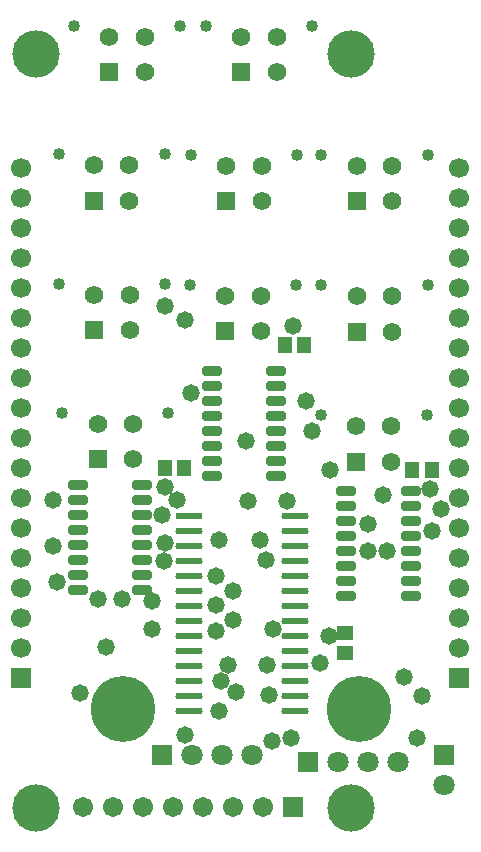
<source format=gts>
G04*
G04 #@! TF.GenerationSoftware,Altium Limited,Altium Designer,22.7.1 (60)*
G04*
G04 Layer_Color=8388736*
%FSLAX44Y44*%
%MOMM*%
G71*
G04*
G04 #@! TF.SameCoordinates,868842FB-CB56-49F4-92B6-46A9E27D1440*
G04*
G04*
G04 #@! TF.FilePolarity,Negative*
G04*
G01*
G75*
G04:AMPARAMS|DCode=16|XSize=2.3028mm|YSize=0.5821mm|CornerRadius=0.2911mm|HoleSize=0mm|Usage=FLASHONLY|Rotation=0.000|XOffset=0mm|YOffset=0mm|HoleType=Round|Shape=RoundedRectangle|*
%AMROUNDEDRECTD16*
21,1,2.3028,0.0000,0,0,0.0*
21,1,1.7207,0.5821,0,0,0.0*
1,1,0.5821,0.8603,0.0000*
1,1,0.5821,-0.8603,0.0000*
1,1,0.5821,-0.8603,0.0000*
1,1,0.5821,0.8603,0.0000*
%
%ADD16ROUNDEDRECTD16*%
%ADD17R,2.3028X0.5821*%
%ADD18R,1.3606X1.1578*%
%ADD19R,1.1578X1.3606*%
G04:AMPARAMS|DCode=20|XSize=0.8032mm|YSize=1.6532mm|CornerRadius=0.1526mm|HoleSize=0mm|Usage=FLASHONLY|Rotation=90.000|XOffset=0mm|YOffset=0mm|HoleType=Round|Shape=RoundedRectangle|*
%AMROUNDEDRECTD20*
21,1,0.8032,1.3480,0,0,90.0*
21,1,0.4980,1.6532,0,0,90.0*
1,1,0.3052,0.6740,0.2490*
1,1,0.3052,0.6740,-0.2490*
1,1,0.3052,-0.6740,-0.2490*
1,1,0.3052,-0.6740,0.2490*
%
%ADD20ROUNDEDRECTD20*%
%ADD21C,1.8032*%
%ADD22R,1.8032X1.8032*%
%ADD23R,1.5700X1.5700*%
%ADD24C,1.5700*%
%ADD25C,1.0200*%
%ADD26C,1.7032*%
%ADD27R,1.7032X1.7032*%
%ADD28C,1.7000*%
%ADD29R,1.7000X1.7000*%
%ADD30O,5.4032X5.6032*%
%ADD31C,4.0132*%
%ADD32R,1.8032X1.8032*%
%ADD33C,1.4732*%
D16*
X245815Y273050D02*
D03*
Y260350D02*
D03*
Y247650D02*
D03*
Y234950D02*
D03*
Y222250D02*
D03*
Y209550D02*
D03*
Y196850D02*
D03*
Y184150D02*
D03*
Y171450D02*
D03*
Y158750D02*
D03*
Y146050D02*
D03*
Y133350D02*
D03*
Y120650D02*
D03*
Y107950D02*
D03*
X155505D02*
D03*
Y120650D02*
D03*
Y133350D02*
D03*
Y146050D02*
D03*
Y158750D02*
D03*
Y171450D02*
D03*
Y184150D02*
D03*
Y196850D02*
D03*
Y209550D02*
D03*
Y222250D02*
D03*
Y234950D02*
D03*
Y247650D02*
D03*
Y260350D02*
D03*
D17*
Y273050D02*
D03*
D18*
X288290Y157446D02*
D03*
Y173990D02*
D03*
D19*
X151782Y313690D02*
D03*
X135238D02*
D03*
X361332Y312420D02*
D03*
X344788D02*
D03*
X253382Y417830D02*
D03*
X236838D02*
D03*
D20*
X229870Y307340D02*
D03*
Y320040D02*
D03*
Y332740D02*
D03*
Y345440D02*
D03*
Y358140D02*
D03*
Y370840D02*
D03*
Y383540D02*
D03*
Y396240D02*
D03*
X175370Y307340D02*
D03*
Y320040D02*
D03*
Y332740D02*
D03*
Y345440D02*
D03*
Y358140D02*
D03*
Y370840D02*
D03*
Y383540D02*
D03*
Y396240D02*
D03*
X288980Y294640D02*
D03*
Y281940D02*
D03*
Y269240D02*
D03*
Y256540D02*
D03*
Y243840D02*
D03*
Y231140D02*
D03*
Y218440D02*
D03*
Y205740D02*
D03*
X343480Y294640D02*
D03*
Y281940D02*
D03*
Y269240D02*
D03*
Y256540D02*
D03*
Y243840D02*
D03*
Y231140D02*
D03*
Y218440D02*
D03*
Y205740D02*
D03*
X116150Y210820D02*
D03*
Y223520D02*
D03*
Y236220D02*
D03*
Y248920D02*
D03*
Y261620D02*
D03*
Y274320D02*
D03*
Y287020D02*
D03*
Y299720D02*
D03*
X61650Y210820D02*
D03*
Y223520D02*
D03*
Y236220D02*
D03*
Y248920D02*
D03*
Y261620D02*
D03*
Y274320D02*
D03*
Y287020D02*
D03*
Y299720D02*
D03*
D21*
X372110Y45720D02*
D03*
X332740Y64770D02*
D03*
X307340D02*
D03*
X281940D02*
D03*
X209550Y71120D02*
D03*
X184150D02*
D03*
X158750D02*
D03*
D22*
X372110D02*
D03*
D23*
X78430Y321280D02*
D03*
X297180Y319250D02*
D03*
X186690Y429740D02*
D03*
X297970Y429230D02*
D03*
X75720Y430500D02*
D03*
X297970Y539720D02*
D03*
X187480D02*
D03*
X75410Y540230D02*
D03*
X200180Y648940D02*
D03*
X88420D02*
D03*
D24*
X108430Y321280D02*
D03*
X78430Y351280D02*
D03*
X108430D02*
D03*
X327180Y319250D02*
D03*
X297180Y349250D02*
D03*
X327180D02*
D03*
X216690Y429740D02*
D03*
X186690Y459740D02*
D03*
X216690D02*
D03*
X327970Y459230D02*
D03*
X297970D02*
D03*
X327970Y429230D02*
D03*
X105720Y460500D02*
D03*
X75720D02*
D03*
X105720Y430500D02*
D03*
X327970Y569720D02*
D03*
X297970D02*
D03*
X327970Y539720D02*
D03*
X217480Y569720D02*
D03*
X187480D02*
D03*
X217480Y539720D02*
D03*
X105410Y570230D02*
D03*
X75410D02*
D03*
X105410Y540230D02*
D03*
X230180Y678940D02*
D03*
X200180D02*
D03*
X230180Y648940D02*
D03*
X118420Y678940D02*
D03*
X88420D02*
D03*
X118420Y648940D02*
D03*
D25*
X138430Y360680D02*
D03*
X48430D02*
D03*
X357180Y358650D02*
D03*
X267180D02*
D03*
X246690Y469140D02*
D03*
X156690D02*
D03*
X267970Y468630D02*
D03*
X357970D02*
D03*
X45720Y469900D02*
D03*
X135720D02*
D03*
X267970Y579120D02*
D03*
X357970D02*
D03*
X157480D02*
D03*
X247480D02*
D03*
X45410Y579630D02*
D03*
X135410D02*
D03*
X170180Y688340D02*
D03*
X260180D02*
D03*
X58420D02*
D03*
X148420D02*
D03*
D26*
X66040Y26670D02*
D03*
X91440D02*
D03*
X116840D02*
D03*
X142240D02*
D03*
X167640D02*
D03*
X193040D02*
D03*
X218440D02*
D03*
D27*
X243840D02*
D03*
D28*
X384810Y567690D02*
D03*
Y542290D02*
D03*
Y516890D02*
D03*
Y491490D02*
D03*
Y466090D02*
D03*
Y440690D02*
D03*
Y415290D02*
D03*
Y389890D02*
D03*
Y364490D02*
D03*
Y339090D02*
D03*
Y313690D02*
D03*
Y288290D02*
D03*
Y262890D02*
D03*
Y237490D02*
D03*
Y212090D02*
D03*
Y186690D02*
D03*
Y161290D02*
D03*
X13970Y567690D02*
D03*
Y542290D02*
D03*
Y516890D02*
D03*
Y491490D02*
D03*
Y466090D02*
D03*
Y440690D02*
D03*
Y415290D02*
D03*
Y389890D02*
D03*
Y364490D02*
D03*
Y339090D02*
D03*
Y313690D02*
D03*
Y288290D02*
D03*
Y262890D02*
D03*
Y237490D02*
D03*
Y212090D02*
D03*
Y186690D02*
D03*
Y161290D02*
D03*
D29*
X384810Y135890D02*
D03*
X13970D02*
D03*
D30*
X300000Y110000D02*
D03*
X100000D02*
D03*
D31*
X26035Y26035D02*
D03*
X293370D02*
D03*
Y664210D02*
D03*
X26035D02*
D03*
D32*
X256540Y64770D02*
D03*
X133350Y71120D02*
D03*
D33*
X179014Y175910D02*
D03*
X179070Y197801D02*
D03*
X193040Y185135D02*
D03*
X179070Y222250D02*
D03*
X133129Y274291D02*
D03*
X181610Y252730D02*
D03*
X189230Y147320D02*
D03*
X204470Y336550D02*
D03*
X134459Y234950D02*
D03*
X44450Y217170D02*
D03*
X124042Y201240D02*
D03*
X78740Y203200D02*
D03*
X320040Y290830D02*
D03*
X124042Y177428D02*
D03*
X182880Y133350D02*
D03*
X222250Y147320D02*
D03*
X223520Y121365D02*
D03*
X99060Y203200D02*
D03*
X274411Y171701D02*
D03*
X337820Y137160D02*
D03*
X353060Y120650D02*
D03*
X349250Y85090D02*
D03*
X195580Y124460D02*
D03*
X63500Y123190D02*
D03*
X242254Y85583D02*
D03*
X152620Y87850D02*
D03*
X193040Y209550D02*
D03*
X220980Y236220D02*
D03*
X215900Y252730D02*
D03*
X227265Y177800D02*
D03*
X226060Y82550D02*
D03*
X181610Y107950D02*
D03*
X205740Y285750D02*
D03*
X369570Y279400D02*
D03*
X359620Y295910D02*
D03*
X361950Y260350D02*
D03*
X243840Y434340D02*
D03*
X152400Y439420D02*
D03*
X135478Y451262D02*
D03*
X85708Y161942D02*
D03*
X238760Y285750D02*
D03*
X135890Y250190D02*
D03*
X146050Y287020D02*
D03*
X135478Y297997D02*
D03*
X255270Y370840D02*
D03*
X307340Y266700D02*
D03*
X266700Y148590D02*
D03*
X260350Y345440D02*
D03*
X275360Y312420D02*
D03*
X157480Y377190D02*
D03*
X307340Y243840D02*
D03*
X323850D02*
D03*
X40640Y287020D02*
D03*
Y247650D02*
D03*
M02*

</source>
